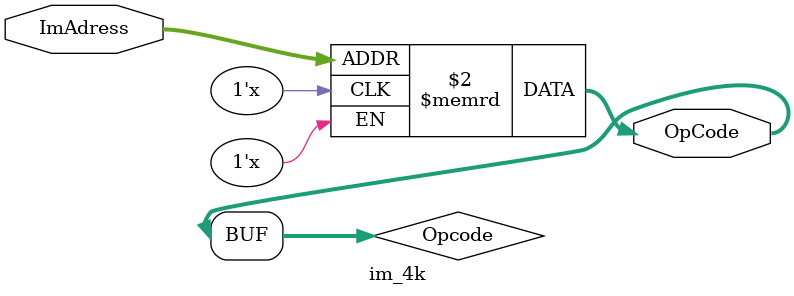
<source format=v>


module im_4k(OpCode,ImAdress);

	input [5:0] ImAdress;
	
	output [31:0]  OpCode;
	
	reg[31:0] Opcode;
	reg [31:0]  IMem[1024:0];
	
	always@(ImAdress)
	begin
		Opcode = IMem[ImAdress];	
	end
	
	assign OpCode = Opcode;
	
endmodule
</source>
